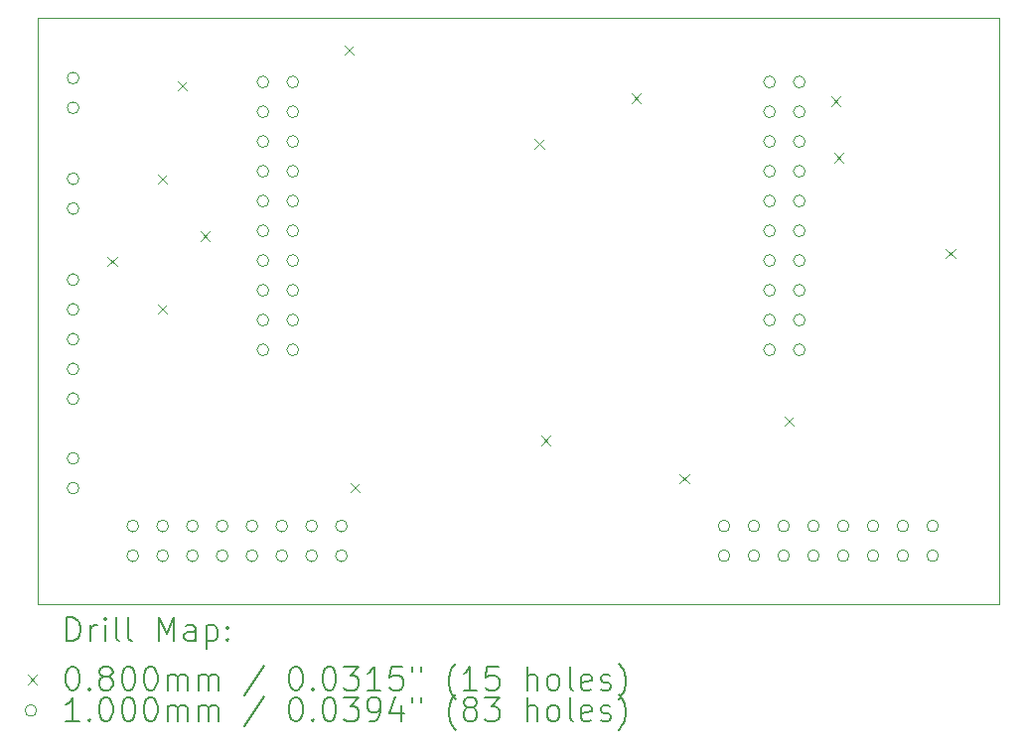
<source format=gbr>
%FSLAX45Y45*%
G04 Gerber Fmt 4.5, Leading zero omitted, Abs format (unit mm)*
G04 Created by KiCad (PCBNEW (6.0.6)) date 2024-05-12 15:37:09*
%MOMM*%
%LPD*%
G01*
G04 APERTURE LIST*
%TA.AperFunction,Profile*%
%ADD10C,0.100000*%
%TD*%
%ADD11C,0.200000*%
%ADD12C,0.080000*%
%ADD13C,0.100000*%
G04 APERTURE END LIST*
D10*
X3715000Y-2380000D02*
X11915000Y-2380000D01*
X11915000Y-2380000D02*
X11915000Y-7380000D01*
X11915000Y-7380000D02*
X3715000Y-7380000D01*
X3715000Y-7380000D02*
X3715000Y-2380000D01*
D11*
D12*
X4315000Y-4415000D02*
X4395000Y-4495000D01*
X4395000Y-4415000D02*
X4315000Y-4495000D01*
X4743500Y-3713500D02*
X4823500Y-3793500D01*
X4823500Y-3713500D02*
X4743500Y-3793500D01*
X4743500Y-4823500D02*
X4823500Y-4903500D01*
X4823500Y-4823500D02*
X4743500Y-4903500D01*
X4910000Y-2920000D02*
X4990000Y-3000000D01*
X4990000Y-2920000D02*
X4910000Y-3000000D01*
X5105000Y-4200000D02*
X5185000Y-4280000D01*
X5185000Y-4200000D02*
X5105000Y-4280000D01*
X6335000Y-2615000D02*
X6415000Y-2695000D01*
X6415000Y-2615000D02*
X6335000Y-2695000D01*
X6385000Y-6345000D02*
X6465000Y-6425000D01*
X6465000Y-6345000D02*
X6385000Y-6425000D01*
X7955000Y-3415000D02*
X8035000Y-3495000D01*
X8035000Y-3415000D02*
X7955000Y-3495000D01*
X8010000Y-5945000D02*
X8090000Y-6025000D01*
X8090000Y-5945000D02*
X8010000Y-6025000D01*
X8780000Y-3025000D02*
X8860000Y-3105000D01*
X8860000Y-3025000D02*
X8780000Y-3105000D01*
X9190000Y-6270000D02*
X9270000Y-6350000D01*
X9270000Y-6270000D02*
X9190000Y-6350000D01*
X10085000Y-5780000D02*
X10165000Y-5860000D01*
X10165000Y-5780000D02*
X10085000Y-5860000D01*
X10480000Y-3050000D02*
X10560000Y-3130000D01*
X10560000Y-3050000D02*
X10480000Y-3130000D01*
X10505000Y-3530000D02*
X10585000Y-3610000D01*
X10585000Y-3530000D02*
X10505000Y-3610000D01*
X11460000Y-4350000D02*
X11540000Y-4430000D01*
X11540000Y-4350000D02*
X11460000Y-4430000D01*
D13*
X4070000Y-2891000D02*
G75*
G03*
X4070000Y-2891000I-50000J0D01*
G01*
X4070000Y-3145000D02*
G75*
G03*
X4070000Y-3145000I-50000J0D01*
G01*
X4070000Y-3751000D02*
G75*
G03*
X4070000Y-3751000I-50000J0D01*
G01*
X4070000Y-4005000D02*
G75*
G03*
X4070000Y-4005000I-50000J0D01*
G01*
X4070000Y-4612000D02*
G75*
G03*
X4070000Y-4612000I-50000J0D01*
G01*
X4070000Y-4866000D02*
G75*
G03*
X4070000Y-4866000I-50000J0D01*
G01*
X4070000Y-5120000D02*
G75*
G03*
X4070000Y-5120000I-50000J0D01*
G01*
X4070000Y-5374000D02*
G75*
G03*
X4070000Y-5374000I-50000J0D01*
G01*
X4070000Y-5628000D02*
G75*
G03*
X4070000Y-5628000I-50000J0D01*
G01*
X4070000Y-6137500D02*
G75*
G03*
X4070000Y-6137500I-50000J0D01*
G01*
X4070000Y-6391500D02*
G75*
G03*
X4070000Y-6391500I-50000J0D01*
G01*
X4579500Y-6715000D02*
G75*
G03*
X4579500Y-6715000I-50000J0D01*
G01*
X4579500Y-6969000D02*
G75*
G03*
X4579500Y-6969000I-50000J0D01*
G01*
X4833500Y-6715000D02*
G75*
G03*
X4833500Y-6715000I-50000J0D01*
G01*
X4833500Y-6969000D02*
G75*
G03*
X4833500Y-6969000I-50000J0D01*
G01*
X5087500Y-6715000D02*
G75*
G03*
X5087500Y-6715000I-50000J0D01*
G01*
X5087500Y-6969000D02*
G75*
G03*
X5087500Y-6969000I-50000J0D01*
G01*
X5341500Y-6715000D02*
G75*
G03*
X5341500Y-6715000I-50000J0D01*
G01*
X5341500Y-6969000D02*
G75*
G03*
X5341500Y-6969000I-50000J0D01*
G01*
X5595500Y-6715000D02*
G75*
G03*
X5595500Y-6715000I-50000J0D01*
G01*
X5595500Y-6969000D02*
G75*
G03*
X5595500Y-6969000I-50000J0D01*
G01*
X5689000Y-2925000D02*
G75*
G03*
X5689000Y-2925000I-50000J0D01*
G01*
X5689000Y-3179000D02*
G75*
G03*
X5689000Y-3179000I-50000J0D01*
G01*
X5689000Y-3433000D02*
G75*
G03*
X5689000Y-3433000I-50000J0D01*
G01*
X5689000Y-3687000D02*
G75*
G03*
X5689000Y-3687000I-50000J0D01*
G01*
X5689000Y-3941000D02*
G75*
G03*
X5689000Y-3941000I-50000J0D01*
G01*
X5689000Y-4195000D02*
G75*
G03*
X5689000Y-4195000I-50000J0D01*
G01*
X5689000Y-4449000D02*
G75*
G03*
X5689000Y-4449000I-50000J0D01*
G01*
X5689000Y-4703000D02*
G75*
G03*
X5689000Y-4703000I-50000J0D01*
G01*
X5689000Y-4957000D02*
G75*
G03*
X5689000Y-4957000I-50000J0D01*
G01*
X5689000Y-5211000D02*
G75*
G03*
X5689000Y-5211000I-50000J0D01*
G01*
X5849500Y-6715000D02*
G75*
G03*
X5849500Y-6715000I-50000J0D01*
G01*
X5849500Y-6969000D02*
G75*
G03*
X5849500Y-6969000I-50000J0D01*
G01*
X5943000Y-2925000D02*
G75*
G03*
X5943000Y-2925000I-50000J0D01*
G01*
X5943000Y-3179000D02*
G75*
G03*
X5943000Y-3179000I-50000J0D01*
G01*
X5943000Y-3433000D02*
G75*
G03*
X5943000Y-3433000I-50000J0D01*
G01*
X5943000Y-3687000D02*
G75*
G03*
X5943000Y-3687000I-50000J0D01*
G01*
X5943000Y-3941000D02*
G75*
G03*
X5943000Y-3941000I-50000J0D01*
G01*
X5943000Y-4195000D02*
G75*
G03*
X5943000Y-4195000I-50000J0D01*
G01*
X5943000Y-4449000D02*
G75*
G03*
X5943000Y-4449000I-50000J0D01*
G01*
X5943000Y-4703000D02*
G75*
G03*
X5943000Y-4703000I-50000J0D01*
G01*
X5943000Y-4957000D02*
G75*
G03*
X5943000Y-4957000I-50000J0D01*
G01*
X5943000Y-5211000D02*
G75*
G03*
X5943000Y-5211000I-50000J0D01*
G01*
X6103500Y-6715000D02*
G75*
G03*
X6103500Y-6715000I-50000J0D01*
G01*
X6103500Y-6969000D02*
G75*
G03*
X6103500Y-6969000I-50000J0D01*
G01*
X6357500Y-6715000D02*
G75*
G03*
X6357500Y-6715000I-50000J0D01*
G01*
X6357500Y-6969000D02*
G75*
G03*
X6357500Y-6969000I-50000J0D01*
G01*
X9619500Y-6715000D02*
G75*
G03*
X9619500Y-6715000I-50000J0D01*
G01*
X9619500Y-6969000D02*
G75*
G03*
X9619500Y-6969000I-50000J0D01*
G01*
X9873500Y-6715000D02*
G75*
G03*
X9873500Y-6715000I-50000J0D01*
G01*
X9873500Y-6969000D02*
G75*
G03*
X9873500Y-6969000I-50000J0D01*
G01*
X10007000Y-2925000D02*
G75*
G03*
X10007000Y-2925000I-50000J0D01*
G01*
X10007000Y-3179000D02*
G75*
G03*
X10007000Y-3179000I-50000J0D01*
G01*
X10007000Y-3433000D02*
G75*
G03*
X10007000Y-3433000I-50000J0D01*
G01*
X10007000Y-3687000D02*
G75*
G03*
X10007000Y-3687000I-50000J0D01*
G01*
X10007000Y-3941000D02*
G75*
G03*
X10007000Y-3941000I-50000J0D01*
G01*
X10007000Y-4195000D02*
G75*
G03*
X10007000Y-4195000I-50000J0D01*
G01*
X10007000Y-4449000D02*
G75*
G03*
X10007000Y-4449000I-50000J0D01*
G01*
X10007000Y-4703000D02*
G75*
G03*
X10007000Y-4703000I-50000J0D01*
G01*
X10007000Y-4957000D02*
G75*
G03*
X10007000Y-4957000I-50000J0D01*
G01*
X10007000Y-5211000D02*
G75*
G03*
X10007000Y-5211000I-50000J0D01*
G01*
X10127500Y-6715000D02*
G75*
G03*
X10127500Y-6715000I-50000J0D01*
G01*
X10127500Y-6969000D02*
G75*
G03*
X10127500Y-6969000I-50000J0D01*
G01*
X10261000Y-2925000D02*
G75*
G03*
X10261000Y-2925000I-50000J0D01*
G01*
X10261000Y-3179000D02*
G75*
G03*
X10261000Y-3179000I-50000J0D01*
G01*
X10261000Y-3433000D02*
G75*
G03*
X10261000Y-3433000I-50000J0D01*
G01*
X10261000Y-3687000D02*
G75*
G03*
X10261000Y-3687000I-50000J0D01*
G01*
X10261000Y-3941000D02*
G75*
G03*
X10261000Y-3941000I-50000J0D01*
G01*
X10261000Y-4195000D02*
G75*
G03*
X10261000Y-4195000I-50000J0D01*
G01*
X10261000Y-4449000D02*
G75*
G03*
X10261000Y-4449000I-50000J0D01*
G01*
X10261000Y-4703000D02*
G75*
G03*
X10261000Y-4703000I-50000J0D01*
G01*
X10261000Y-4957000D02*
G75*
G03*
X10261000Y-4957000I-50000J0D01*
G01*
X10261000Y-5211000D02*
G75*
G03*
X10261000Y-5211000I-50000J0D01*
G01*
X10381500Y-6715000D02*
G75*
G03*
X10381500Y-6715000I-50000J0D01*
G01*
X10381500Y-6969000D02*
G75*
G03*
X10381500Y-6969000I-50000J0D01*
G01*
X10635500Y-6715000D02*
G75*
G03*
X10635500Y-6715000I-50000J0D01*
G01*
X10635500Y-6969000D02*
G75*
G03*
X10635500Y-6969000I-50000J0D01*
G01*
X10889500Y-6715000D02*
G75*
G03*
X10889500Y-6715000I-50000J0D01*
G01*
X10889500Y-6969000D02*
G75*
G03*
X10889500Y-6969000I-50000J0D01*
G01*
X11143500Y-6715000D02*
G75*
G03*
X11143500Y-6715000I-50000J0D01*
G01*
X11143500Y-6969000D02*
G75*
G03*
X11143500Y-6969000I-50000J0D01*
G01*
X11397500Y-6715000D02*
G75*
G03*
X11397500Y-6715000I-50000J0D01*
G01*
X11397500Y-6969000D02*
G75*
G03*
X11397500Y-6969000I-50000J0D01*
G01*
D11*
X3967619Y-7695476D02*
X3967619Y-7495476D01*
X4015238Y-7495476D01*
X4043809Y-7505000D01*
X4062857Y-7524048D01*
X4072381Y-7543095D01*
X4081905Y-7581190D01*
X4081905Y-7609762D01*
X4072381Y-7647857D01*
X4062857Y-7666905D01*
X4043809Y-7685952D01*
X4015238Y-7695476D01*
X3967619Y-7695476D01*
X4167619Y-7695476D02*
X4167619Y-7562143D01*
X4167619Y-7600238D02*
X4177143Y-7581190D01*
X4186667Y-7571667D01*
X4205714Y-7562143D01*
X4224762Y-7562143D01*
X4291429Y-7695476D02*
X4291429Y-7562143D01*
X4291429Y-7495476D02*
X4281905Y-7505000D01*
X4291429Y-7514524D01*
X4300952Y-7505000D01*
X4291429Y-7495476D01*
X4291429Y-7514524D01*
X4415238Y-7695476D02*
X4396190Y-7685952D01*
X4386667Y-7666905D01*
X4386667Y-7495476D01*
X4520000Y-7695476D02*
X4500952Y-7685952D01*
X4491429Y-7666905D01*
X4491429Y-7495476D01*
X4748571Y-7695476D02*
X4748571Y-7495476D01*
X4815238Y-7638333D01*
X4881905Y-7495476D01*
X4881905Y-7695476D01*
X5062857Y-7695476D02*
X5062857Y-7590714D01*
X5053333Y-7571667D01*
X5034286Y-7562143D01*
X4996190Y-7562143D01*
X4977143Y-7571667D01*
X5062857Y-7685952D02*
X5043810Y-7695476D01*
X4996190Y-7695476D01*
X4977143Y-7685952D01*
X4967619Y-7666905D01*
X4967619Y-7647857D01*
X4977143Y-7628809D01*
X4996190Y-7619286D01*
X5043810Y-7619286D01*
X5062857Y-7609762D01*
X5158095Y-7562143D02*
X5158095Y-7762143D01*
X5158095Y-7571667D02*
X5177143Y-7562143D01*
X5215238Y-7562143D01*
X5234286Y-7571667D01*
X5243810Y-7581190D01*
X5253333Y-7600238D01*
X5253333Y-7657381D01*
X5243810Y-7676428D01*
X5234286Y-7685952D01*
X5215238Y-7695476D01*
X5177143Y-7695476D01*
X5158095Y-7685952D01*
X5339048Y-7676428D02*
X5348571Y-7685952D01*
X5339048Y-7695476D01*
X5329524Y-7685952D01*
X5339048Y-7676428D01*
X5339048Y-7695476D01*
X5339048Y-7571667D02*
X5348571Y-7581190D01*
X5339048Y-7590714D01*
X5329524Y-7581190D01*
X5339048Y-7571667D01*
X5339048Y-7590714D01*
D12*
X3630000Y-7985000D02*
X3710000Y-8065000D01*
X3710000Y-7985000D02*
X3630000Y-8065000D01*
D11*
X4005714Y-7915476D02*
X4024762Y-7915476D01*
X4043809Y-7925000D01*
X4053333Y-7934524D01*
X4062857Y-7953571D01*
X4072381Y-7991667D01*
X4072381Y-8039286D01*
X4062857Y-8077381D01*
X4053333Y-8096428D01*
X4043809Y-8105952D01*
X4024762Y-8115476D01*
X4005714Y-8115476D01*
X3986667Y-8105952D01*
X3977143Y-8096428D01*
X3967619Y-8077381D01*
X3958095Y-8039286D01*
X3958095Y-7991667D01*
X3967619Y-7953571D01*
X3977143Y-7934524D01*
X3986667Y-7925000D01*
X4005714Y-7915476D01*
X4158095Y-8096428D02*
X4167619Y-8105952D01*
X4158095Y-8115476D01*
X4148571Y-8105952D01*
X4158095Y-8096428D01*
X4158095Y-8115476D01*
X4281905Y-8001190D02*
X4262857Y-7991667D01*
X4253333Y-7982143D01*
X4243810Y-7963095D01*
X4243810Y-7953571D01*
X4253333Y-7934524D01*
X4262857Y-7925000D01*
X4281905Y-7915476D01*
X4320000Y-7915476D01*
X4339048Y-7925000D01*
X4348571Y-7934524D01*
X4358095Y-7953571D01*
X4358095Y-7963095D01*
X4348571Y-7982143D01*
X4339048Y-7991667D01*
X4320000Y-8001190D01*
X4281905Y-8001190D01*
X4262857Y-8010714D01*
X4253333Y-8020238D01*
X4243810Y-8039286D01*
X4243810Y-8077381D01*
X4253333Y-8096428D01*
X4262857Y-8105952D01*
X4281905Y-8115476D01*
X4320000Y-8115476D01*
X4339048Y-8105952D01*
X4348571Y-8096428D01*
X4358095Y-8077381D01*
X4358095Y-8039286D01*
X4348571Y-8020238D01*
X4339048Y-8010714D01*
X4320000Y-8001190D01*
X4481905Y-7915476D02*
X4500952Y-7915476D01*
X4520000Y-7925000D01*
X4529524Y-7934524D01*
X4539048Y-7953571D01*
X4548571Y-7991667D01*
X4548571Y-8039286D01*
X4539048Y-8077381D01*
X4529524Y-8096428D01*
X4520000Y-8105952D01*
X4500952Y-8115476D01*
X4481905Y-8115476D01*
X4462857Y-8105952D01*
X4453333Y-8096428D01*
X4443810Y-8077381D01*
X4434286Y-8039286D01*
X4434286Y-7991667D01*
X4443810Y-7953571D01*
X4453333Y-7934524D01*
X4462857Y-7925000D01*
X4481905Y-7915476D01*
X4672381Y-7915476D02*
X4691429Y-7915476D01*
X4710476Y-7925000D01*
X4720000Y-7934524D01*
X4729524Y-7953571D01*
X4739048Y-7991667D01*
X4739048Y-8039286D01*
X4729524Y-8077381D01*
X4720000Y-8096428D01*
X4710476Y-8105952D01*
X4691429Y-8115476D01*
X4672381Y-8115476D01*
X4653333Y-8105952D01*
X4643810Y-8096428D01*
X4634286Y-8077381D01*
X4624762Y-8039286D01*
X4624762Y-7991667D01*
X4634286Y-7953571D01*
X4643810Y-7934524D01*
X4653333Y-7925000D01*
X4672381Y-7915476D01*
X4824762Y-8115476D02*
X4824762Y-7982143D01*
X4824762Y-8001190D02*
X4834286Y-7991667D01*
X4853333Y-7982143D01*
X4881905Y-7982143D01*
X4900952Y-7991667D01*
X4910476Y-8010714D01*
X4910476Y-8115476D01*
X4910476Y-8010714D02*
X4920000Y-7991667D01*
X4939048Y-7982143D01*
X4967619Y-7982143D01*
X4986667Y-7991667D01*
X4996190Y-8010714D01*
X4996190Y-8115476D01*
X5091429Y-8115476D02*
X5091429Y-7982143D01*
X5091429Y-8001190D02*
X5100952Y-7991667D01*
X5120000Y-7982143D01*
X5148571Y-7982143D01*
X5167619Y-7991667D01*
X5177143Y-8010714D01*
X5177143Y-8115476D01*
X5177143Y-8010714D02*
X5186667Y-7991667D01*
X5205714Y-7982143D01*
X5234286Y-7982143D01*
X5253333Y-7991667D01*
X5262857Y-8010714D01*
X5262857Y-8115476D01*
X5653333Y-7905952D02*
X5481905Y-8163095D01*
X5910476Y-7915476D02*
X5929524Y-7915476D01*
X5948571Y-7925000D01*
X5958095Y-7934524D01*
X5967619Y-7953571D01*
X5977143Y-7991667D01*
X5977143Y-8039286D01*
X5967619Y-8077381D01*
X5958095Y-8096428D01*
X5948571Y-8105952D01*
X5929524Y-8115476D01*
X5910476Y-8115476D01*
X5891428Y-8105952D01*
X5881905Y-8096428D01*
X5872381Y-8077381D01*
X5862857Y-8039286D01*
X5862857Y-7991667D01*
X5872381Y-7953571D01*
X5881905Y-7934524D01*
X5891428Y-7925000D01*
X5910476Y-7915476D01*
X6062857Y-8096428D02*
X6072381Y-8105952D01*
X6062857Y-8115476D01*
X6053333Y-8105952D01*
X6062857Y-8096428D01*
X6062857Y-8115476D01*
X6196190Y-7915476D02*
X6215238Y-7915476D01*
X6234286Y-7925000D01*
X6243809Y-7934524D01*
X6253333Y-7953571D01*
X6262857Y-7991667D01*
X6262857Y-8039286D01*
X6253333Y-8077381D01*
X6243809Y-8096428D01*
X6234286Y-8105952D01*
X6215238Y-8115476D01*
X6196190Y-8115476D01*
X6177143Y-8105952D01*
X6167619Y-8096428D01*
X6158095Y-8077381D01*
X6148571Y-8039286D01*
X6148571Y-7991667D01*
X6158095Y-7953571D01*
X6167619Y-7934524D01*
X6177143Y-7925000D01*
X6196190Y-7915476D01*
X6329524Y-7915476D02*
X6453333Y-7915476D01*
X6386667Y-7991667D01*
X6415238Y-7991667D01*
X6434286Y-8001190D01*
X6443809Y-8010714D01*
X6453333Y-8029762D01*
X6453333Y-8077381D01*
X6443809Y-8096428D01*
X6434286Y-8105952D01*
X6415238Y-8115476D01*
X6358095Y-8115476D01*
X6339048Y-8105952D01*
X6329524Y-8096428D01*
X6643809Y-8115476D02*
X6529524Y-8115476D01*
X6586667Y-8115476D02*
X6586667Y-7915476D01*
X6567619Y-7944048D01*
X6548571Y-7963095D01*
X6529524Y-7972619D01*
X6824762Y-7915476D02*
X6729524Y-7915476D01*
X6720000Y-8010714D01*
X6729524Y-8001190D01*
X6748571Y-7991667D01*
X6796190Y-7991667D01*
X6815238Y-8001190D01*
X6824762Y-8010714D01*
X6834286Y-8029762D01*
X6834286Y-8077381D01*
X6824762Y-8096428D01*
X6815238Y-8105952D01*
X6796190Y-8115476D01*
X6748571Y-8115476D01*
X6729524Y-8105952D01*
X6720000Y-8096428D01*
X6910476Y-7915476D02*
X6910476Y-7953571D01*
X6986667Y-7915476D02*
X6986667Y-7953571D01*
X7281905Y-8191667D02*
X7272381Y-8182143D01*
X7253333Y-8153571D01*
X7243809Y-8134524D01*
X7234286Y-8105952D01*
X7224762Y-8058333D01*
X7224762Y-8020238D01*
X7234286Y-7972619D01*
X7243809Y-7944048D01*
X7253333Y-7925000D01*
X7272381Y-7896428D01*
X7281905Y-7886905D01*
X7462857Y-8115476D02*
X7348571Y-8115476D01*
X7405714Y-8115476D02*
X7405714Y-7915476D01*
X7386667Y-7944048D01*
X7367619Y-7963095D01*
X7348571Y-7972619D01*
X7643809Y-7915476D02*
X7548571Y-7915476D01*
X7539048Y-8010714D01*
X7548571Y-8001190D01*
X7567619Y-7991667D01*
X7615238Y-7991667D01*
X7634286Y-8001190D01*
X7643809Y-8010714D01*
X7653333Y-8029762D01*
X7653333Y-8077381D01*
X7643809Y-8096428D01*
X7634286Y-8105952D01*
X7615238Y-8115476D01*
X7567619Y-8115476D01*
X7548571Y-8105952D01*
X7539048Y-8096428D01*
X7891428Y-8115476D02*
X7891428Y-7915476D01*
X7977143Y-8115476D02*
X7977143Y-8010714D01*
X7967619Y-7991667D01*
X7948571Y-7982143D01*
X7920000Y-7982143D01*
X7900952Y-7991667D01*
X7891428Y-8001190D01*
X8100952Y-8115476D02*
X8081905Y-8105952D01*
X8072381Y-8096428D01*
X8062857Y-8077381D01*
X8062857Y-8020238D01*
X8072381Y-8001190D01*
X8081905Y-7991667D01*
X8100952Y-7982143D01*
X8129524Y-7982143D01*
X8148571Y-7991667D01*
X8158095Y-8001190D01*
X8167619Y-8020238D01*
X8167619Y-8077381D01*
X8158095Y-8096428D01*
X8148571Y-8105952D01*
X8129524Y-8115476D01*
X8100952Y-8115476D01*
X8281905Y-8115476D02*
X8262857Y-8105952D01*
X8253333Y-8086905D01*
X8253333Y-7915476D01*
X8434286Y-8105952D02*
X8415238Y-8115476D01*
X8377143Y-8115476D01*
X8358095Y-8105952D01*
X8348571Y-8086905D01*
X8348571Y-8010714D01*
X8358095Y-7991667D01*
X8377143Y-7982143D01*
X8415238Y-7982143D01*
X8434286Y-7991667D01*
X8443810Y-8010714D01*
X8443810Y-8029762D01*
X8348571Y-8048809D01*
X8520000Y-8105952D02*
X8539048Y-8115476D01*
X8577143Y-8115476D01*
X8596190Y-8105952D01*
X8605714Y-8086905D01*
X8605714Y-8077381D01*
X8596190Y-8058333D01*
X8577143Y-8048809D01*
X8548571Y-8048809D01*
X8529524Y-8039286D01*
X8520000Y-8020238D01*
X8520000Y-8010714D01*
X8529524Y-7991667D01*
X8548571Y-7982143D01*
X8577143Y-7982143D01*
X8596190Y-7991667D01*
X8672381Y-8191667D02*
X8681905Y-8182143D01*
X8700952Y-8153571D01*
X8710476Y-8134524D01*
X8720000Y-8105952D01*
X8729524Y-8058333D01*
X8729524Y-8020238D01*
X8720000Y-7972619D01*
X8710476Y-7944048D01*
X8700952Y-7925000D01*
X8681905Y-7896428D01*
X8672381Y-7886905D01*
D13*
X3710000Y-8289000D02*
G75*
G03*
X3710000Y-8289000I-50000J0D01*
G01*
D11*
X4072381Y-8379476D02*
X3958095Y-8379476D01*
X4015238Y-8379476D02*
X4015238Y-8179476D01*
X3996190Y-8208048D01*
X3977143Y-8227095D01*
X3958095Y-8236619D01*
X4158095Y-8360428D02*
X4167619Y-8369952D01*
X4158095Y-8379476D01*
X4148571Y-8369952D01*
X4158095Y-8360428D01*
X4158095Y-8379476D01*
X4291429Y-8179476D02*
X4310476Y-8179476D01*
X4329524Y-8189000D01*
X4339048Y-8198524D01*
X4348571Y-8217571D01*
X4358095Y-8255667D01*
X4358095Y-8303286D01*
X4348571Y-8341381D01*
X4339048Y-8360428D01*
X4329524Y-8369952D01*
X4310476Y-8379476D01*
X4291429Y-8379476D01*
X4272381Y-8369952D01*
X4262857Y-8360428D01*
X4253333Y-8341381D01*
X4243810Y-8303286D01*
X4243810Y-8255667D01*
X4253333Y-8217571D01*
X4262857Y-8198524D01*
X4272381Y-8189000D01*
X4291429Y-8179476D01*
X4481905Y-8179476D02*
X4500952Y-8179476D01*
X4520000Y-8189000D01*
X4529524Y-8198524D01*
X4539048Y-8217571D01*
X4548571Y-8255667D01*
X4548571Y-8303286D01*
X4539048Y-8341381D01*
X4529524Y-8360428D01*
X4520000Y-8369952D01*
X4500952Y-8379476D01*
X4481905Y-8379476D01*
X4462857Y-8369952D01*
X4453333Y-8360428D01*
X4443810Y-8341381D01*
X4434286Y-8303286D01*
X4434286Y-8255667D01*
X4443810Y-8217571D01*
X4453333Y-8198524D01*
X4462857Y-8189000D01*
X4481905Y-8179476D01*
X4672381Y-8179476D02*
X4691429Y-8179476D01*
X4710476Y-8189000D01*
X4720000Y-8198524D01*
X4729524Y-8217571D01*
X4739048Y-8255667D01*
X4739048Y-8303286D01*
X4729524Y-8341381D01*
X4720000Y-8360428D01*
X4710476Y-8369952D01*
X4691429Y-8379476D01*
X4672381Y-8379476D01*
X4653333Y-8369952D01*
X4643810Y-8360428D01*
X4634286Y-8341381D01*
X4624762Y-8303286D01*
X4624762Y-8255667D01*
X4634286Y-8217571D01*
X4643810Y-8198524D01*
X4653333Y-8189000D01*
X4672381Y-8179476D01*
X4824762Y-8379476D02*
X4824762Y-8246143D01*
X4824762Y-8265190D02*
X4834286Y-8255667D01*
X4853333Y-8246143D01*
X4881905Y-8246143D01*
X4900952Y-8255667D01*
X4910476Y-8274714D01*
X4910476Y-8379476D01*
X4910476Y-8274714D02*
X4920000Y-8255667D01*
X4939048Y-8246143D01*
X4967619Y-8246143D01*
X4986667Y-8255667D01*
X4996190Y-8274714D01*
X4996190Y-8379476D01*
X5091429Y-8379476D02*
X5091429Y-8246143D01*
X5091429Y-8265190D02*
X5100952Y-8255667D01*
X5120000Y-8246143D01*
X5148571Y-8246143D01*
X5167619Y-8255667D01*
X5177143Y-8274714D01*
X5177143Y-8379476D01*
X5177143Y-8274714D02*
X5186667Y-8255667D01*
X5205714Y-8246143D01*
X5234286Y-8246143D01*
X5253333Y-8255667D01*
X5262857Y-8274714D01*
X5262857Y-8379476D01*
X5653333Y-8169952D02*
X5481905Y-8427095D01*
X5910476Y-8179476D02*
X5929524Y-8179476D01*
X5948571Y-8189000D01*
X5958095Y-8198524D01*
X5967619Y-8217571D01*
X5977143Y-8255667D01*
X5977143Y-8303286D01*
X5967619Y-8341381D01*
X5958095Y-8360428D01*
X5948571Y-8369952D01*
X5929524Y-8379476D01*
X5910476Y-8379476D01*
X5891428Y-8369952D01*
X5881905Y-8360428D01*
X5872381Y-8341381D01*
X5862857Y-8303286D01*
X5862857Y-8255667D01*
X5872381Y-8217571D01*
X5881905Y-8198524D01*
X5891428Y-8189000D01*
X5910476Y-8179476D01*
X6062857Y-8360428D02*
X6072381Y-8369952D01*
X6062857Y-8379476D01*
X6053333Y-8369952D01*
X6062857Y-8360428D01*
X6062857Y-8379476D01*
X6196190Y-8179476D02*
X6215238Y-8179476D01*
X6234286Y-8189000D01*
X6243809Y-8198524D01*
X6253333Y-8217571D01*
X6262857Y-8255667D01*
X6262857Y-8303286D01*
X6253333Y-8341381D01*
X6243809Y-8360428D01*
X6234286Y-8369952D01*
X6215238Y-8379476D01*
X6196190Y-8379476D01*
X6177143Y-8369952D01*
X6167619Y-8360428D01*
X6158095Y-8341381D01*
X6148571Y-8303286D01*
X6148571Y-8255667D01*
X6158095Y-8217571D01*
X6167619Y-8198524D01*
X6177143Y-8189000D01*
X6196190Y-8179476D01*
X6329524Y-8179476D02*
X6453333Y-8179476D01*
X6386667Y-8255667D01*
X6415238Y-8255667D01*
X6434286Y-8265190D01*
X6443809Y-8274714D01*
X6453333Y-8293762D01*
X6453333Y-8341381D01*
X6443809Y-8360428D01*
X6434286Y-8369952D01*
X6415238Y-8379476D01*
X6358095Y-8379476D01*
X6339048Y-8369952D01*
X6329524Y-8360428D01*
X6548571Y-8379476D02*
X6586667Y-8379476D01*
X6605714Y-8369952D01*
X6615238Y-8360428D01*
X6634286Y-8331857D01*
X6643809Y-8293762D01*
X6643809Y-8217571D01*
X6634286Y-8198524D01*
X6624762Y-8189000D01*
X6605714Y-8179476D01*
X6567619Y-8179476D01*
X6548571Y-8189000D01*
X6539048Y-8198524D01*
X6529524Y-8217571D01*
X6529524Y-8265190D01*
X6539048Y-8284238D01*
X6548571Y-8293762D01*
X6567619Y-8303286D01*
X6605714Y-8303286D01*
X6624762Y-8293762D01*
X6634286Y-8284238D01*
X6643809Y-8265190D01*
X6815238Y-8246143D02*
X6815238Y-8379476D01*
X6767619Y-8169952D02*
X6720000Y-8312809D01*
X6843809Y-8312809D01*
X6910476Y-8179476D02*
X6910476Y-8217571D01*
X6986667Y-8179476D02*
X6986667Y-8217571D01*
X7281905Y-8455667D02*
X7272381Y-8446143D01*
X7253333Y-8417571D01*
X7243809Y-8398524D01*
X7234286Y-8369952D01*
X7224762Y-8322333D01*
X7224762Y-8284238D01*
X7234286Y-8236619D01*
X7243809Y-8208048D01*
X7253333Y-8189000D01*
X7272381Y-8160428D01*
X7281905Y-8150905D01*
X7386667Y-8265190D02*
X7367619Y-8255667D01*
X7358095Y-8246143D01*
X7348571Y-8227095D01*
X7348571Y-8217571D01*
X7358095Y-8198524D01*
X7367619Y-8189000D01*
X7386667Y-8179476D01*
X7424762Y-8179476D01*
X7443809Y-8189000D01*
X7453333Y-8198524D01*
X7462857Y-8217571D01*
X7462857Y-8227095D01*
X7453333Y-8246143D01*
X7443809Y-8255667D01*
X7424762Y-8265190D01*
X7386667Y-8265190D01*
X7367619Y-8274714D01*
X7358095Y-8284238D01*
X7348571Y-8303286D01*
X7348571Y-8341381D01*
X7358095Y-8360428D01*
X7367619Y-8369952D01*
X7386667Y-8379476D01*
X7424762Y-8379476D01*
X7443809Y-8369952D01*
X7453333Y-8360428D01*
X7462857Y-8341381D01*
X7462857Y-8303286D01*
X7453333Y-8284238D01*
X7443809Y-8274714D01*
X7424762Y-8265190D01*
X7529524Y-8179476D02*
X7653333Y-8179476D01*
X7586667Y-8255667D01*
X7615238Y-8255667D01*
X7634286Y-8265190D01*
X7643809Y-8274714D01*
X7653333Y-8293762D01*
X7653333Y-8341381D01*
X7643809Y-8360428D01*
X7634286Y-8369952D01*
X7615238Y-8379476D01*
X7558095Y-8379476D01*
X7539048Y-8369952D01*
X7529524Y-8360428D01*
X7891428Y-8379476D02*
X7891428Y-8179476D01*
X7977143Y-8379476D02*
X7977143Y-8274714D01*
X7967619Y-8255667D01*
X7948571Y-8246143D01*
X7920000Y-8246143D01*
X7900952Y-8255667D01*
X7891428Y-8265190D01*
X8100952Y-8379476D02*
X8081905Y-8369952D01*
X8072381Y-8360428D01*
X8062857Y-8341381D01*
X8062857Y-8284238D01*
X8072381Y-8265190D01*
X8081905Y-8255667D01*
X8100952Y-8246143D01*
X8129524Y-8246143D01*
X8148571Y-8255667D01*
X8158095Y-8265190D01*
X8167619Y-8284238D01*
X8167619Y-8341381D01*
X8158095Y-8360428D01*
X8148571Y-8369952D01*
X8129524Y-8379476D01*
X8100952Y-8379476D01*
X8281905Y-8379476D02*
X8262857Y-8369952D01*
X8253333Y-8350905D01*
X8253333Y-8179476D01*
X8434286Y-8369952D02*
X8415238Y-8379476D01*
X8377143Y-8379476D01*
X8358095Y-8369952D01*
X8348571Y-8350905D01*
X8348571Y-8274714D01*
X8358095Y-8255667D01*
X8377143Y-8246143D01*
X8415238Y-8246143D01*
X8434286Y-8255667D01*
X8443810Y-8274714D01*
X8443810Y-8293762D01*
X8348571Y-8312809D01*
X8520000Y-8369952D02*
X8539048Y-8379476D01*
X8577143Y-8379476D01*
X8596190Y-8369952D01*
X8605714Y-8350905D01*
X8605714Y-8341381D01*
X8596190Y-8322333D01*
X8577143Y-8312809D01*
X8548571Y-8312809D01*
X8529524Y-8303286D01*
X8520000Y-8284238D01*
X8520000Y-8274714D01*
X8529524Y-8255667D01*
X8548571Y-8246143D01*
X8577143Y-8246143D01*
X8596190Y-8255667D01*
X8672381Y-8455667D02*
X8681905Y-8446143D01*
X8700952Y-8417571D01*
X8710476Y-8398524D01*
X8720000Y-8369952D01*
X8729524Y-8322333D01*
X8729524Y-8284238D01*
X8720000Y-8236619D01*
X8710476Y-8208048D01*
X8700952Y-8189000D01*
X8681905Y-8160428D01*
X8672381Y-8150905D01*
M02*

</source>
